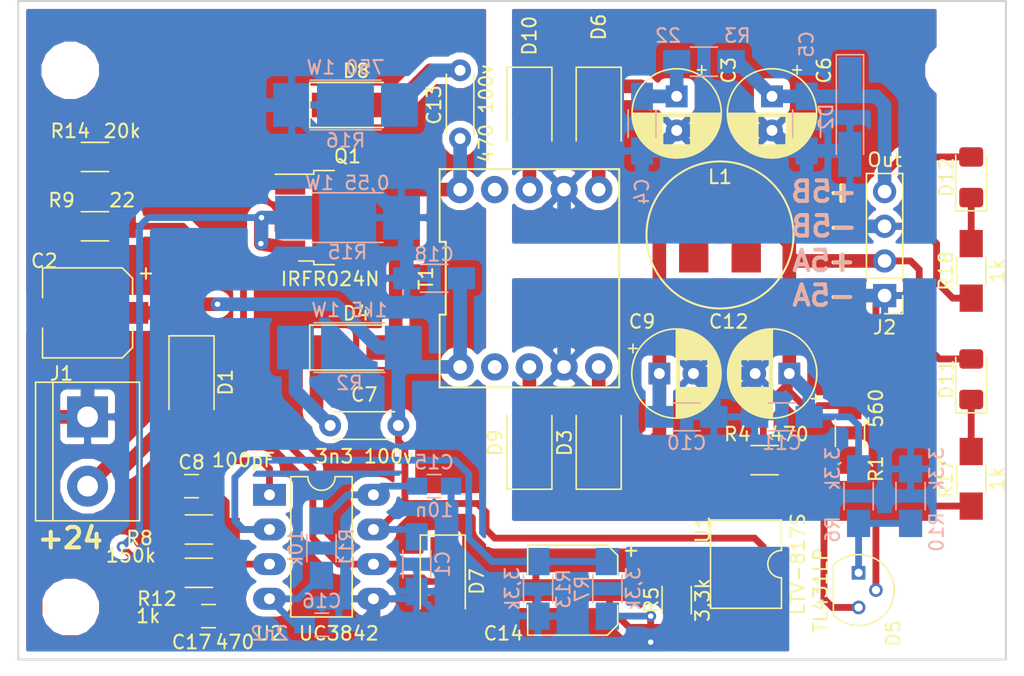
<source format=kicad_pcb>
(kicad_pcb (version 20171130) (host pcbnew "(5.0.0)")
  (layers (0 F.Cu signal) (31 B.Cu signal) (34 B.Paste user) (35 F.Paste user) (36 B.SilkS user) (37 F.SilkS user) (38 B.Mask user) (39 F.Mask user) (44 Edge.Cuts user))
  (net 0 "")
  (net 1 "Net-(C13-Pad2)")
  (net 2 "Net-(Q1-Pad3)")
  (net 3 "Net-(Q1-Pad1)")
  (net 4 "Net-(C13-Pad1)")
  (net 5 GND)
  (net 6 "Net-(D7-Pad1)")
  (net 7 "Net-(D5-Pad3)")
  (net 8 /+5A)
  (net 9 "Net-(C7-Pad1)")
  (net 10 /+5B)
  (net 11 "Net-(C3-Pad1)")
  (net 12 "Net-(R4-Pad2)")
  (net 13 "Net-(C14-Pad1)")
  (net 14 "Net-(R5-Pad2)")
  (net 15 "Net-(D5-Pad1)")
  (net 16 "Net-(C8-Pad2)")
  (net 17 "Net-(C8-Pad1)")
  (net 18 /-5A)
  (net 19 "Net-(C15-Pad2)")
  (net 20 "Net-(C16-Pad2)")
  (net 21 "Net-(C17-Pad2)")
  (net 22 "Net-(C10-Pad1)")
  (net 23 "Net-(D6-Pad2)")
  (net 24 "Net-(D10-Pad2)")
  (net 25 "Net-(D3-Pad2)")
  (net 26 "Net-(D1-Pad2)")
  (net 27 "Net-(D9-Pad2)")
  (net 28 /-5B)
  (net 29 "Net-(T1-Pad9)")
  (net 30 "Net-(T1-Pad2)")
  (net 31 /+24)
  (net 32 "Net-(D11-Pad1)")
  (net 33 "Net-(D12-Pad1)")
  (module LED_SMD:LED_1206_3216Metric_Pad1.42x1.75mm_HandSolder (layer F.Cu) (at 146.05 106.8975 90)
    (fp_text reference D12 (at 0 -1.82 90) (layer F.SilkS))
    (fp_text value LED)
    (pad 2 smd roundrect (at 1.4875 0 90) (size 1.425 1.75) (layers F.Cu F.Paste F.Mask) (roundrect_rratio 0.175439) (net 10 /+5B))
    (pad 1 smd roundrect (at -1.4875 0 90) (size 1.425 1.75) (layers F.Cu F.Paste F.Mask) (roundrect_rratio 0.175439) (net 33 "Net-(D12-Pad1)"))
  )
  (module LED_SMD:LED_1206_3216Metric_Pad1.42x1.75mm_HandSolder (layer F.Cu) (at 146.05 121.7025 90)
    (fp_text reference D11 (at 0 -1.82 90) (layer F.SilkS))
    (fp_text value LED)
    (pad 1 smd roundrect (at -1.4875 0 90) (size 1.425 1.75) (layers F.Cu F.Paste F.Mask) (roundrect_rratio 0.175439) (net 32 "Net-(D11-Pad1)"))
    (pad 2 smd roundrect (at 1.4875 0 90) (size 1.425 1.75) (layers F.Cu F.Paste F.Mask) (roundrect_rratio 0.175439) (net 8 /+5A))
  )
  (module Resistors_SMD:R_1206_HandSoldering (layer F.Cu) (at 146.05 113.76 90)
    (fp_text reference R18 (at 0 -1.85 90) (layer F.SilkS))
    (fp_text value 1k (at 0 1.9 90) (layer F.SilkS))
    (pad 2 smd rect (at 2 0 90) (size 2 1.7) (layers F.Cu F.Paste F.Mask) (net 33 "Net-(D12-Pad1)"))
    (pad 1 smd rect (at -2 0 90) (size 2 1.7) (layers F.Cu F.Paste F.Mask) (net 28 /-5B))
  )
  (module Resistors_SMD:R_1206_HandSoldering (layer F.Cu) (at 146.05 129 90)
    (fp_text reference R17 (at 0 -1.85 90) (layer F.SilkS))
    (fp_text value 1k (at 0 1.9 90) (layer F.SilkS))
    (pad 1 smd rect (at -2 0 90) (size 2 1.7) (layers F.Cu F.Paste F.Mask) (net 18 /-5A))
    (pad 2 smd rect (at 2 0 90) (size 2 1.7) (layers F.Cu F.Paste F.Mask) (net 32 "Net-(D11-Pad1)"))
  )
  (module Diodes_SMD:D_MiniMELF_Handsoldering (layer B.Cu) (at 137.16 102.465 270)
    (fp_text reference D2 (at 0 1.75 270) (layer B.SilkS) (effects (justify mirror)))
    (fp_text value 5v6)
    (pad 1 smd rect (at -2.75 0 270) (size 3.3 1.7) (layers B.Cu B.Paste B.Mask) (net 10 /+5B))
    (pad 2 smd rect (at 2.75 0 270) (size 3.3 1.7) (layers B.Cu B.Paste B.Mask) (net 28 /-5B))
  )
  (module Capacitor_THT:CP_Radial_D6.3mm_P2.50mm (layer F.Cu) (at 124.46 100.965 270)
    (fp_text reference C3 (at -1.905 -3.81 270) (layer F.SilkS))
    (fp_text value 470uF)
    (pad 2 thru_hole circle (at 2.5 0 270) (size 1.6 1.6) (drill 0.8) (layers *.Cu *.Mask) (net 28 /-5B))
    (pad 1 thru_hole rect (at 0 0 270) (size 1.6 1.6) (drill 0.8) (layers *.Cu *.Mask) (net 11 "Net-(C3-Pad1)"))
  )
  (module Capacitor_THT:CP_Radial_D6.3mm_P2.50mm (layer F.Cu) (at 131.445 100.965 270)
    (fp_text reference C6 (at -1.905 -3.81 270) (layer F.SilkS))
    (fp_text value 470uF)
    (pad 1 thru_hole rect (at 0 0 270) (size 1.6 1.6) (drill 0.8) (layers *.Cu *.Mask) (net 10 /+5B))
    (pad 2 thru_hole circle (at 2.5 0 270) (size 1.6 1.6) (drill 0.8) (layers *.Cu *.Mask) (net 28 /-5B))
  )
  (module Capacitor_THT:CP_Radial_D6.3mm_P2.50mm (layer F.Cu) (at 132.715 121.285 180)
    (fp_text reference C12 (at 4.445 3.81 180) (layer F.SilkS))
    (fp_text value 470uF)
    (pad 2 thru_hole circle (at 2.5 0 180) (size 1.6 1.6) (drill 0.8) (layers *.Cu *.Mask) (net 18 /-5A))
    (pad 1 thru_hole rect (at 0 0 180) (size 1.6 1.6) (drill 0.8) (layers *.Cu *.Mask) (net 8 /+5A))
  )
  (module Capacitor_THT:CP_Radial_D6.3mm_P2.50mm (layer F.Cu) (at 123.19 121.285)
    (fp_text reference C9 (at -1.27 -3.81) (layer F.SilkS))
    (fp_text value 470uF)
    (pad 1 thru_hole rect (at 0 0) (size 1.6 1.6) (drill 0.8) (layers *.Cu *.Mask) (net 22 "Net-(C10-Pad1)"))
    (pad 2 thru_hole circle (at 2.5 0) (size 1.6 1.6) (drill 0.8) (layers *.Cu *.Mask) (net 18 /-5A))
  )
  (module Diodes_SMD:D_SMA (layer F.Cu) (at 88.9 121.92 270)
    (fp_text reference D1 (at 0 -2.5 270) (layer F.SilkS))
    (fp_text value 1N5822)
    (pad 2 smd rect (at 2 0 270) (size 2.5 1.8) (layers F.Cu F.Paste F.Mask) (net 26 "Net-(D1-Pad2)"))
    (pad 1 smd rect (at -2 0 270) (size 2.5 1.8) (layers F.Cu F.Paste F.Mask) (net 31 /+24))
  )
  (module Diodes_SMD:D_SMA (layer F.Cu) (at 118.745 126.365 90)
    (fp_text reference D3 (at 0 -2.5 90) (layer F.SilkS))
    (fp_text value 1N5822)
    (pad 1 smd rect (at -2 0 90) (size 2.5 1.8) (layers F.Cu F.Paste F.Mask) (net 22 "Net-(C10-Pad1)"))
    (pad 2 smd rect (at 2 0 90) (size 2.5 1.8) (layers F.Cu F.Paste F.Mask) (net 25 "Net-(D3-Pad2)"))
  )
  (module Diodes_SMD:D_SMA (layer F.Cu) (at 100.965 119.38)
    (fp_text reference D4 (at 0 -2.5) (layer F.SilkS))
    (fp_text value 1N5822)
    (pad 2 smd rect (at 2 0) (size 2.5 1.8) (layers F.Cu F.Paste F.Mask) (net 1 "Net-(C13-Pad2)"))
    (pad 1 smd rect (at -2 0) (size 2.5 1.8) (layers F.Cu F.Paste F.Mask) (net 9 "Net-(C7-Pad1)"))
  )
  (module Diodes_SMD:D_SMA (layer F.Cu) (at 113.665 126.365 90)
    (fp_text reference D9 (at 0 -2.5 90) (layer F.SilkS))
    (fp_text value 1N5822)
    (pad 1 smd rect (at -2 0 90) (size 2.5 1.8) (layers F.Cu F.Paste F.Mask) (net 22 "Net-(C10-Pad1)"))
    (pad 2 smd rect (at 2 0 90) (size 2.5 1.8) (layers F.Cu F.Paste F.Mask) (net 27 "Net-(D9-Pad2)"))
  )
  (module Diodes_SMD:D_SMA (layer F.Cu) (at 118.745 102.235 270)
    (fp_text reference D6 (at -6.35 0 270) (layer F.SilkS))
    (fp_text value 1N5822)
    (pad 2 smd rect (at 2 0 270) (size 2.5 1.8) (layers F.Cu F.Paste F.Mask) (net 23 "Net-(D6-Pad2)"))
    (pad 1 smd rect (at -2 0 270) (size 2.5 1.8) (layers F.Cu F.Paste F.Mask) (net 11 "Net-(C3-Pad1)"))
  )
  (module Diodes_SMD:D_SMA (layer F.Cu) (at 113.665 102.235 270)
    (fp_text reference D10 (at -5.715 0 270) (layer F.SilkS))
    (fp_text value 1N5822)
    (pad 1 smd rect (at -2 0 270) (size 2.5 1.8) (layers F.Cu F.Paste F.Mask) (net 11 "Net-(C3-Pad1)"))
    (pad 2 smd rect (at 2 0 270) (size 2.5 1.8) (layers F.Cu F.Paste F.Mask) (net 24 "Net-(D10-Pad2)"))
  )
  (module Diodes_SMD:D_SMA (layer F.Cu) (at 107.315 136.525 270)
    (fp_text reference D7 (at 0 -2.5 270) (layer F.SilkS))
    (fp_text value 1N5822)
    (pad 2 smd rect (at 2 0 270) (size 2.5 1.8) (layers F.Cu F.Paste F.Mask) (net 5 GND))
    (pad 1 smd rect (at -2 0 270) (size 2.5 1.8) (layers F.Cu F.Paste F.Mask) (net 6 "Net-(D7-Pad1)"))
  )
  (module Diodes_SMD:D_SMA (layer F.Cu) (at 100.965 101.6)
    (fp_text reference D8 (at 0 -2.5) (layer F.SilkS))
    (fp_text value 1N5822)
    (pad 1 smd rect (at -2 0) (size 2.5 1.8) (layers F.Cu F.Paste F.Mask) (net 5 GND))
    (pad 2 smd rect (at 2 0) (size 2.5 1.8) (layers F.Cu F.Paste F.Mask) (net 4 "Net-(C13-Pad1)"))
  )
  (module MountingHole:MountingHole_3.2mm_M3 (layer F.Cu) (at 144.145 138.43)
    (fp_text reference MH3 hide)
    (fp_text value MountingHole)
    (pad 1 np_thru_hole circle (at 0 0) (size 3.2 3.2) (drill 3.2) (layers *.Cu *.Mask))
  )
  (module MountingHole:MountingHole_3.2mm_M3 (layer F.Cu) (at 80.01 99.06)
    (fp_text reference MH2 hide)
    (fp_text value MountingHole)
    (pad 1 np_thru_hole circle (at 0 0) (size 3.2 3.2) (drill 3.2) (layers *.Cu *.Mask))
  )
  (module MountingHole:MountingHole_3.2mm_M3 (layer F.Cu) (at 80.01 138.43)
    (fp_text reference MH4 hide)
    (fp_text value MountingHole)
    (pad 1 np_thru_hole circle (at 0 0) (size 3.2 3.2) (drill 3.2) (layers *.Cu *.Mask))
  )
  (module MountingHole:MountingHole_3.2mm_M3 (layer F.Cu) (at 144.78 99.06)
    (fp_text reference MH1 hide)
    (fp_text value MountingHole)
    (pad 1 np_thru_hole circle (at 0 0) (size 3.2 3.2) (drill 3.2) (layers *.Cu *.Mask))
  )
  (module dz_lib:cd54 (layer F.Cu) (at 127.635 111.125 180)
    (fp_text reference L1 (at 0 4.25 180) (layer F.SilkS))
    (fp_text value 100uH)
    (pad 1 smd rect (at -1.925 0 180) (size 2.15 5.5) (layers F.Cu F.Paste F.Mask) (net 8 /+5A))
    (pad 2 smd rect (at 1.925 0 180) (size 2.15 5.5) (layers F.Cu F.Paste F.Mask) (net 22 "Net-(C10-Pad1)"))
  )
  (module Capacitors_SMD:C_1206_HandSoldering (layer B.Cu) (at 106.68 114.3 180)
    (fp_text reference C18 (at 0 1.75 180) (layer B.SilkS) (effects (justify mirror)))
    (fp_text value 0,1)
    (pad 1 smd rect (at -2 0 180) (size 2 1.6) (layers B.Cu B.Paste B.Mask) (net 31 /+24))
    (pad 2 smd rect (at 2 0 180) (size 2 1.6) (layers B.Cu B.Paste B.Mask) (net 5 GND))
  )
  (module Pin_Headers:Pin_Header_Straight_1x04_Pitch2.54mm (layer F.Cu) (at 139.7 115.57 180)
    (fp_text reference J2 (at 0 -2.33 180) (layer F.SilkS))
    (fp_text value Out (at 0 9.95 180) (layer F.SilkS))
    (pad 4 thru_hole oval (at 0 7.62 180) (size 1.7 1.7) (drill 1) (layers *.Cu *.Mask) (net 10 /+5B))
    (pad 3 thru_hole oval (at 0 5.08 180) (size 1.7 1.7) (drill 1) (layers *.Cu *.Mask) (net 28 /-5B))
    (pad 2 thru_hole oval (at 0 2.54 180) (size 1.7 1.7) (drill 1) (layers *.Cu *.Mask) (net 8 /+5A))
    (pad 1 thru_hole rect (at 0 0 180) (size 1.7 1.7) (drill 1) (layers *.Cu *.Mask) (net 18 /-5A))
  )
  (module Resistors_SMD:R_2512_HandSoldering (layer B.Cu) (at 100.47 119.38)
    (fp_text reference R2 (at 0 2.6) (layer B.SilkS) (effects (justify mirror)))
    (fp_text value "1k5 1W" (at 0 -2.75) (layer B.SilkS) (effects (justify mirror)))
    (pad 2 smd rect (at 3.95 0) (size 2.7 3.2) (layers B.Cu B.Paste B.Mask) (net 31 /+24))
    (pad 1 smd rect (at -3.95 0) (size 2.7 3.2) (layers B.Cu B.Paste B.Mask) (net 9 "Net-(C7-Pad1)"))
  )
  (module Capacitors_THT:C_Disc_D4.3mm_W1.9mm_P5.00mm (layer F.Cu) (at 99.06 125.095)
    (fp_text reference C7 (at 2.5 -2.26) (layer F.SilkS))
    (fp_text value "3n3 100v" (at 2.5 2.26) (layer F.SilkS))
    (pad 2 thru_hole circle (at 5 0) (size 1.6 1.6) (drill 0.8) (layers *.Cu *.Mask) (net 31 /+24))
    (pad 1 thru_hole circle (at 0 0) (size 1.6 1.6) (drill 0.8) (layers *.Cu *.Mask) (net 9 "Net-(C7-Pad1)"))
  )
  (module Housings_DIP:DIP-8_W7.62mm_LongPads (layer F.Cu) (at 94.615 130.175)
    (fp_text reference U2 (at 0 10.16) (layer F.SilkS))
    (fp_text value UC3842 (at 5.08 10.16) (layer F.SilkS))
    (pad 8 thru_hole oval (at 7.62 0) (size 2.4 1.6) (drill 0.8) (layers *.Cu *.Mask) (net 19 "Net-(C15-Pad2)"))
    (pad 4 thru_hole oval (at 0 7.62) (size 2.4 1.6) (drill 0.8) (layers *.Cu *.Mask) (net 20 "Net-(C16-Pad2)"))
    (pad 7 thru_hole oval (at 7.62 2.54) (size 2.4 1.6) (drill 0.8) (layers *.Cu *.Mask) (net 31 /+24))
    (pad 3 thru_hole oval (at 0 5.08) (size 2.4 1.6) (drill 0.8) (layers *.Cu *.Mask) (net 21 "Net-(C17-Pad2)"))
    (pad 6 thru_hole oval (at 7.62 5.08) (size 2.4 1.6) (drill 0.8) (layers *.Cu *.Mask) (net 6 "Net-(D7-Pad1)"))
    (pad 2 thru_hole oval (at 0 2.54) (size 2.4 1.6) (drill 0.8) (layers *.Cu *.Mask) (net 16 "Net-(C8-Pad2)"))
    (pad 5 thru_hole oval (at 7.62 7.62) (size 2.4 1.6) (drill 0.8) (layers *.Cu *.Mask) (net 5 GND))
    (pad 1 thru_hole rect (at 0 0) (size 2.4 1.6) (drill 0.8) (layers *.Cu *.Mask) (net 17 "Net-(C8-Pad1)"))
  )
  (module Housings_DIP:SMDIP-4_W9.53mm (layer F.Cu) (at 129.54 135.255 270)
    (fp_text reference U1 (at -2.54 3.175 270) (layer F.SilkS))
    (fp_text value LTV-817S (at 0 -3.81 270) (layer F.SilkS))
    (pad 4 smd rect (at 4.765 -1.27 270) (size 2 1.78) (layers F.Cu F.Paste F.Mask) (net 31 /+24))
    (pad 2 smd rect (at -4.765 1.27 270) (size 2 1.78) (layers F.Cu F.Paste F.Mask) (net 12 "Net-(R4-Pad2)"))
    (pad 3 smd rect (at 4.765 1.27 270) (size 2 1.78) (layers F.Cu F.Paste F.Mask) (net 14 "Net-(R5-Pad2)"))
    (pad 1 smd rect (at -4.765 -1.27 270) (size 2 1.78) (layers F.Cu F.Paste F.Mask) (net 8 /+5A))
  )
  (module TO_SOT_Packages_THT:TO-92_Molded_Narrow (layer F.Cu) (at 137.795 135.89 270)
    (fp_text reference D5 (at 4.445 -2.54 270) (layer F.SilkS))
    (fp_text value TL431LP (at 1.27 2.79 270) (layer F.SilkS))
    (pad 1 thru_hole rect (at 0 0) (size 1 1) (drill 0.6) (layers *.Cu *.Mask) (net 15 "Net-(D5-Pad1)"))
    (pad 3 thru_hole circle (at 2.54 0) (size 1 1) (drill 0.6) (layers *.Cu *.Mask) (net 7 "Net-(D5-Pad3)"))
    (pad 2 thru_hole circle (at 1.27 -1.27) (size 1 1) (drill 0.6) (layers *.Cu *.Mask) (net 18 /-5A))
  )
  (module dz_lib:EE16_Transformer (layer F.Cu) (at 113.665 114.3)
    (fp_text reference T1 (at -7.58 0 90) (layer F.SilkS))
    (fp_text value EE16_24_05_Transformer)
    (pad 10 thru_hole circle (at -5.08 -6.5) (size 2 2) (drill 1) (layers *.Cu *.Mask) (net 1 "Net-(C13-Pad2)"))
    (pad 1 thru_hole circle (at -5.08 6.5) (size 2 2) (drill 1) (layers *.Cu *.Mask) (net 31 /+24))
    (pad 9 thru_hole circle (at -2.54 -6.5) (size 2 2) (drill 1) (layers *.Cu *.Mask) (net 29 "Net-(T1-Pad9)"))
    (pad 2 thru_hole circle (at -2.54 6.5) (size 2 2) (drill 1) (layers *.Cu *.Mask) (net 30 "Net-(T1-Pad2)"))
    (pad 8 thru_hole circle (at 0 -6.5) (size 2 2) (drill 1) (layers *.Cu *.Mask) (net 24 "Net-(D10-Pad2)"))
    (pad 3 thru_hole circle (at 0 6.5) (size 2 2) (drill 1) (layers *.Cu *.Mask) (net 27 "Net-(D9-Pad2)"))
    (pad 7 thru_hole circle (at 2.54 -6.5) (size 2 2) (drill 1) (layers *.Cu *.Mask) (net 28 /-5B))
    (pad 4 thru_hole circle (at 2.54 6.5) (size 2 2) (drill 1) (layers *.Cu *.Mask) (net 18 /-5A))
    (pad 6 thru_hole circle (at 5.08 -6.5) (size 2 2) (drill 1) (layers *.Cu *.Mask) (net 23 "Net-(D6-Pad2)"))
    (pad 5 thru_hole circle (at 5.08 6.5) (size 2 2) (drill 1) (layers *.Cu *.Mask) (net 25 "Net-(D3-Pad2)"))
  )
  (module Capacitors_SMD:CP_Elec_6.3x4.5 (layer F.Cu) (at 81.28 116.84 180)
    (fp_text reference C2 (at 3.175 3.81 180) (layer F.SilkS))
    (fp_text value 22uF)
    (fp_text user + (at -4.28 2.96 180) (layer F.SilkS))
    (pad 1 smd rect (at -2.7 0) (size 3.5 1.6) (layers F.Cu F.Paste F.Mask) (net 31 /+24))
    (pad 2 smd rect (at 2.7 0) (size 3.5 1.6) (layers F.Cu F.Paste F.Mask) (net 5 GND))
  )
  (module Capacitors_SMD:CP_Elec_6.3x4.5 (layer F.Cu) (at 116.84 137.16 180)
    (fp_text reference C14 (at 5.08 -3.175 180) (layer F.SilkS))
    (fp_text value 22uF)
    (fp_text user + (at -4.28 2.96 180) (layer F.SilkS))
    (pad 2 smd rect (at 2.7 0) (size 3.5 1.6) (layers F.Cu F.Paste F.Mask) (net 5 GND))
    (pad 1 smd rect (at -2.7 0) (size 3.5 1.6) (layers F.Cu F.Paste F.Mask) (net 13 "Net-(C14-Pad1)"))
  )
  (module Capacitors_SMD:C_0805_HandSoldering (layer F.Cu) (at 90.15 139.065)
    (fp_text reference C17 (at -1.25 1.905) (layer F.SilkS))
    (fp_text value 470 (at 1.925 1.905) (layer F.SilkS))
    (pad 2 smd rect (at 1.25 0) (size 1.5 1.25) (layers F.Cu F.Paste F.Mask) (net 21 "Net-(C17-Pad2)"))
    (pad 1 smd rect (at -1.25 0) (size 1.5 1.25) (layers F.Cu F.Paste F.Mask) (net 5 GND))
  )
  (module Capacitors_SMD:C_0805_HandSoldering (layer B.Cu) (at 106.68 129.54 180)
    (fp_text reference C15 (at 0 1.75 180) (layer B.SilkS) (effects (justify mirror)))
    (fp_text value 10n (at 0 -1.75 180) (layer B.SilkS) (effects (justify mirror)))
    (pad 1 smd rect (at -1.25 0 180) (size 1.5 1.25) (layers B.Cu B.Paste B.Mask) (net 5 GND))
    (pad 2 smd rect (at 1.25 0 180) (size 1.5 1.25) (layers B.Cu B.Paste B.Mask) (net 19 "Net-(C15-Pad2)"))
  )
  (module Capacitors_SMD:C_0805_HandSoldering (layer F.Cu) (at 88.9 129.54)
    (fp_text reference C8 (at 0 -1.75) (layer F.SilkS))
    (fp_text value 100pF (at 3.81 -1.905) (layer F.SilkS))
    (pad 2 smd rect (at 1.25 0) (size 1.5 1.25) (layers F.Cu F.Paste F.Mask) (net 16 "Net-(C8-Pad2)"))
    (pad 1 smd rect (at -1.25 0) (size 1.5 1.25) (layers F.Cu F.Paste F.Mask) (net 17 "Net-(C8-Pad1)"))
  )
  (module Capacitors_SMD:C_0805_HandSoldering (layer B.Cu) (at 98.445 139.7 180)
    (fp_text reference C16 (at 0 1.75 180) (layer B.SilkS) (effects (justify mirror)))
    (fp_text value 2n2 (at 3.83 -0.635 180) (layer B.SilkS) (effects (justify mirror)))
    (pad 2 smd rect (at 1.25 0 180) (size 1.5 1.25) (layers B.Cu B.Paste B.Mask) (net 20 "Net-(C16-Pad2)"))
    (pad 1 smd rect (at -1.25 0 180) (size 1.5 1.25) (layers B.Cu B.Paste B.Mask) (net 5 GND))
  )
  (module Capacitors_SMD:C_1206_HandSoldering (layer B.Cu) (at 133.985 102.965 270)
    (fp_text reference C5 (at -5.81 0 270) (layer B.SilkS) (effects (justify mirror)))
    (fp_text value 0,1)
    (pad 2 smd rect (at 2 0 270) (size 2 1.6) (layers B.Cu B.Paste B.Mask) (net 28 /-5B))
    (pad 1 smd rect (at -2 0 270) (size 2 1.6) (layers B.Cu B.Paste B.Mask) (net 10 /+5B))
  )
  (module Capacitors_SMD:C_1206_HandSoldering (layer B.Cu) (at 132.175 124.46 180)
    (fp_text reference C11 (at 0 -1.905 180) (layer B.SilkS) (effects (justify mirror)))
    (fp_text value 0,1)
    (pad 1 smd rect (at -2 0 180) (size 2 1.6) (layers B.Cu B.Paste B.Mask) (net 8 /+5A))
    (pad 2 smd rect (at 2 0 180) (size 2 1.6) (layers B.Cu B.Paste B.Mask) (net 18 /-5A))
  )
  (module Capacitors_SMD:C_1206_HandSoldering (layer B.Cu) (at 105.41 135.255 270)
    (fp_text reference C1 (at 0 -1.905 270) (layer B.SilkS) (effects (justify mirror)))
    (fp_text value 0,1)
    (pad 2 smd rect (at 2 0 270) (size 2 1.6) (layers B.Cu B.Paste B.Mask) (net 5 GND))
    (pad 1 smd rect (at -2 0 270) (size 2 1.6) (layers B.Cu B.Paste B.Mask) (net 31 /+24))
  )
  (module Capacitors_SMD:C_1206_HandSoldering (layer B.Cu) (at 121.92 102.965 270)
    (fp_text reference C4 (at 4.985 0 270) (layer B.SilkS) (effects (justify mirror)))
    (fp_text value 0,1)
    (pad 1 smd rect (at -2 0 270) (size 2 1.6) (layers B.Cu B.Paste B.Mask) (net 11 "Net-(C3-Pad1)"))
    (pad 2 smd rect (at 2 0 270) (size 2 1.6) (layers B.Cu B.Paste B.Mask) (net 28 /-5B))
  )
  (module Capacitors_SMD:C_1206_HandSoldering (layer B.Cu) (at 125.19 124.46)
    (fp_text reference C10 (at 0 1.905) (layer B.SilkS) (effects (justify mirror)))
    (fp_text value 0,1)
    (pad 2 smd rect (at 2 0) (size 2 1.6) (layers B.Cu B.Paste B.Mask) (net 18 /-5A))
    (pad 1 smd rect (at -2 0) (size 2 1.6) (layers B.Cu B.Paste B.Mask) (net 22 "Net-(C10-Pad1)"))
  )
  (module Capacitors_THT:C_Disc_D4.3mm_W1.9mm_P5.00mm (layer F.Cu) (at 108.585 99.06 270)
    (fp_text reference C13 (at 2.54 1.905 270) (layer F.SilkS))
    (fp_text value "470 100v" (at 3.175 -1.905 270) (layer F.SilkS))
    (pad 2 thru_hole circle (at 5 0 270) (size 1.6 1.6) (drill 0.8) (layers *.Cu *.Mask) (net 1 "Net-(C13-Pad2)"))
    (pad 1 thru_hole circle (at 0 0 270) (size 1.6 1.6) (drill 0.8) (layers *.Cu *.Mask) (net 4 "Net-(C13-Pad1)"))
  )
  (module Connectors_Terminal_Blocks:TerminalBlock_bornier-2_P5.08mm (layer F.Cu) (at 81.28 124.46 270)
    (fp_text reference J1 (at -3.175 1.905) (layer F.SilkS))
    (fp_text value +24)
    (pad 2 thru_hole circle (at 5.08 0 270) (size 3 3) (drill 1.52) (layers *.Cu *.Mask) (net 26 "Net-(D1-Pad2)"))
    (pad 1 thru_hole rect (at 0 0 270) (size 3 3) (drill 1.52) (layers *.Cu *.Mask) (net 5 GND))
  )
  (module Resistors_SMD:R_1206_HandSoldering (layer F.Cu) (at 81.82 105.41 180)
    (fp_text reference R14 (at 1.81 1.905 180) (layer F.SilkS))
    (fp_text value 20k (at -2 1.9 180) (layer F.SilkS))
    (pad 1 smd rect (at -2 0 180) (size 2 1.7) (layers F.Cu F.Paste F.Mask) (net 5 GND))
    (pad 2 smd rect (at 2 0 180) (size 2 1.7) (layers F.Cu F.Paste F.Mask) (net 3 "Net-(Q1-Pad1)"))
  )
  (module Resistors_SMD:R_1206_HandSoldering (layer B.Cu) (at 114.3 137.065 90)
    (fp_text reference R13 (at 0 1.85 90) (layer B.SilkS) (effects (justify mirror)))
    (fp_text value 3,3k (at 0 -1.9 90) (layer B.SilkS) (effects (justify mirror)))
    (pad 2 smd rect (at 2 0 90) (size 2 1.7) (layers B.Cu B.Paste B.Mask) (net 16 "Net-(C8-Pad2)"))
    (pad 1 smd rect (at -2 0 90) (size 2 1.7) (layers B.Cu B.Paste B.Mask) (net 5 GND))
  )
  (module Resistors_SMD:R_1206_HandSoldering (layer F.Cu) (at 89.44 135.89)
    (fp_text reference R12 (at -3.08 1.905) (layer F.SilkS))
    (fp_text value 1k (at -3.715 3.175) (layer F.SilkS))
    (pad 1 smd rect (at -2 0) (size 2 1.7) (layers F.Cu F.Paste F.Mask) (net 2 "Net-(Q1-Pad3)"))
    (pad 2 smd rect (at 2 0) (size 2 1.7) (layers F.Cu F.Paste F.Mask) (net 21 "Net-(C17-Pad2)"))
  )
  (module Resistors_SMD:R_1206_HandSoldering (layer B.Cu) (at 98.425 134.08 90)
    (fp_text reference R11 (at 0 1.85 90) (layer B.SilkS) (effects (justify mirror)))
    (fp_text value 10k (at 0 -1.9 90) (layer B.SilkS) (effects (justify mirror)))
    (pad 2 smd rect (at 2 0 90) (size 2 1.7) (layers B.Cu B.Paste B.Mask) (net 19 "Net-(C15-Pad2)"))
    (pad 1 smd rect (at -2 0 90) (size 2 1.7) (layers B.Cu B.Paste B.Mask) (net 20 "Net-(C16-Pad2)"))
  )
  (module Resistors_SMD:R_1206_HandSoldering (layer B.Cu) (at 141.605 130.27 270)
    (fp_text reference R10 (at 2.635 -1.905 270) (layer B.SilkS) (effects (justify mirror)))
    (fp_text value 3,3k (at -2 -1.905 270) (layer B.SilkS) (effects (justify mirror)))
    (pad 1 smd rect (at -2 0 270) (size 2 1.7) (layers B.Cu B.Paste B.Mask) (net 18 /-5A))
    (pad 2 smd rect (at 2 0 270) (size 2 1.7) (layers B.Cu B.Paste B.Mask) (net 15 "Net-(D5-Pad1)"))
  )
  (module Resistors_SMD:R_1206_HandSoldering (layer F.Cu) (at 89.44 132.715)
    (fp_text reference R8 (at -4.35 0.635) (layer F.SilkS))
    (fp_text value 150k (at -4.985 1.905) (layer F.SilkS))
    (pad 2 smd rect (at 2 0) (size 2 1.7) (layers F.Cu F.Paste F.Mask) (net 16 "Net-(C8-Pad2)"))
    (pad 1 smd rect (at -2 0) (size 2 1.7) (layers F.Cu F.Paste F.Mask) (net 17 "Net-(C8-Pad1)"))
  )
  (module Resistors_SMD:R_1206_HandSoldering (layer B.Cu) (at 119.38 137.065 270)
    (fp_text reference R7 (at 0 1.85 270) (layer B.SilkS) (effects (justify mirror)))
    (fp_text value 3,3k (at 0 -1.9 270) (layer B.SilkS) (effects (justify mirror)))
    (pad 1 smd rect (at -2 0 270) (size 2 1.7) (layers B.Cu B.Paste B.Mask) (net 16 "Net-(C8-Pad2)"))
    (pad 2 smd rect (at 2 0 270) (size 2 1.7) (layers B.Cu B.Paste B.Mask) (net 13 "Net-(C14-Pad1)"))
  )
  (module Resistors_SMD:R_1206_HandSoldering (layer B.Cu) (at 137.795 130.27 90)
    (fp_text reference R6 (at -2.445 -1.905 90) (layer B.SilkS) (effects (justify mirror)))
    (fp_text value 3,3k (at 2 -1.905 90) (layer B.SilkS) (effects (justify mirror)))
    (pad 2 smd rect (at 2 0 90) (size 2 1.7) (layers B.Cu B.Paste B.Mask) (net 8 /+5A))
    (pad 1 smd rect (at -2 0 90) (size 2 1.7) (layers B.Cu B.Paste B.Mask) (net 15 "Net-(D5-Pad1)"))
  )
  (module Resistors_SMD:R_1206_HandSoldering (layer F.Cu) (at 124.46 137.89 90)
    (fp_text reference R5 (at 0 -1.85 90) (layer F.SilkS))
    (fp_text value 3,3k (at 0 1.9 90) (layer F.SilkS))
    (pad 1 smd rect (at -2 0 90) (size 2 1.7) (layers F.Cu F.Paste F.Mask) (net 13 "Net-(C14-Pad1)"))
    (pad 2 smd rect (at 2 0 90) (size 2 1.7) (layers F.Cu F.Paste F.Mask) (net 14 "Net-(R5-Pad2)"))
  )
  (module Resistors_SMD:R_1206_HandSoldering (layer F.Cu) (at 130.905 127.635 180)
    (fp_text reference R4 (at 2 1.905 180) (layer F.SilkS))
    (fp_text value 470 (at -1.81 1.905 180) (layer F.SilkS))
    (pad 2 smd rect (at 2 0 180) (size 2 1.7) (layers F.Cu F.Paste F.Mask) (net 12 "Net-(R4-Pad2)"))
    (pad 1 smd rect (at -2 0 180) (size 2 1.7) (layers F.Cu F.Paste F.Mask) (net 7 "Net-(D5-Pad3)"))
  )
  (module Resistors_SMD:R_1206_HandSoldering (layer B.Cu) (at 126.46 98.425 180)
    (fp_text reference R3 (at -2.445 1.905 180) (layer B.SilkS) (effects (justify mirror)))
    (fp_text value 22 (at 2.635 1.905 180) (layer B.SilkS) (effects (justify mirror)))
    (pad 1 smd rect (at -2 0 180) (size 2 1.7) (layers B.Cu B.Paste B.Mask) (net 10 /+5B))
    (pad 2 smd rect (at 2 0 180) (size 2 1.7) (layers B.Cu B.Paste B.Mask) (net 11 "Net-(C3-Pad1)"))
  )
  (module Resistors_SMD:R_1206_HandSoldering (layer F.Cu) (at 137.16 125.635 90)
    (fp_text reference R1 (at -2.635 1.905 90) (layer F.SilkS))
    (fp_text value 560 (at 1.81 1.905 90) (layer F.SilkS))
    (pad 1 smd rect (at -2 0 90) (size 2 1.7) (layers F.Cu F.Paste F.Mask) (net 7 "Net-(D5-Pad3)"))
    (pad 2 smd rect (at 2 0 90) (size 2 1.7) (layers F.Cu F.Paste F.Mask) (net 8 /+5A))
  )
  (module Resistors_SMD:R_1206_HandSoldering (layer F.Cu) (at 81.82 110.49)
    (fp_text reference R9 (at -2.445 -1.905) (layer F.SilkS))
    (fp_text value 22 (at 2 -1.905) (layer F.SilkS))
    (pad 2 smd rect (at 2 0) (size 2 1.7) (layers F.Cu F.Paste F.Mask) (net 6 "Net-(D7-Pad1)"))
    (pad 1 smd rect (at -2 0) (size 2 1.7) (layers F.Cu F.Paste F.Mask) (net 3 "Net-(Q1-Pad1)"))
  )
  (module Resistors_SMD:R_2512_HandSoldering (layer B.Cu) (at 100.33 109.855 180)
    (fp_text reference R15 (at 0 -2.54 180) (layer B.SilkS) (effects (justify mirror)))
    (fp_text value "0,55 1W" (at 0 2.54 180) (layer B.SilkS) (effects (justify mirror)))
    (pad 1 smd rect (at -3.95 0 180) (size 2.7 3.2) (layers B.Cu B.Paste B.Mask) (net 5 GND))
    (pad 2 smd rect (at 3.95 0 180) (size 2.7 3.2) (layers B.Cu B.Paste B.Mask) (net 2 "Net-(Q1-Pad3)"))
  )
  (module Resistors_SMD:R_2512_HandSoldering (layer B.Cu) (at 100.19 101.6)
    (fp_text reference R16 (at 0 2.6) (layer B.SilkS) (effects (justify mirror)))
    (fp_text value "750 1W" (at 0 -2.75) (layer B.SilkS) (effects (justify mirror)))
    (pad 2 smd rect (at 3.95 0) (size 2.7 3.2) (layers B.Cu B.Paste B.Mask) (net 4 "Net-(C13-Pad1)"))
    (pad 1 smd rect (at -3.95 0) (size 2.7 3.2) (layers B.Cu B.Paste B.Mask) (net 5 GND))
  )
  (module TO_SOT_Packages_SMD:TO-252-2 (layer F.Cu) (at 100.33 109.855)
    (fp_text reference Q1 (at 0 -4.5) (layer F.SilkS))
    (fp_text value IRFR024N (at -1.27 4.5) (layer F.SilkS))
    (pad 2 smd rect (at 0.425 1.525) (size 3.05 2.75) (layers F.Cu F.Paste) (net 1 "Net-(C13-Pad2)"))
    (pad 2 smd rect (at 3.775 -1.525) (size 3.05 2.75) (layers F.Cu F.Paste) (net 1 "Net-(C13-Pad2)"))
    (pad 2 smd rect (at 0.425 -1.525) (size 3.05 2.75) (layers F.Cu F.Paste) (net 1 "Net-(C13-Pad2)"))
    (pad 2 smd rect (at 3.775 1.525) (size 3.05 2.75) (layers F.Cu F.Paste) (net 1 "Net-(C13-Pad2)"))
    (pad 2 smd rect (at 2.1 0) (size 6.4 5.8) (layers F.Cu F.Mask) (net 1 "Net-(C13-Pad2)"))
    (pad 3 smd rect (at -4.2 2.28) (size 2.2 1.2) (layers F.Cu F.Paste F.Mask) (net 2 "Net-(Q1-Pad3)"))
    (pad 1 smd rect (at -4.2 -2.28) (size 2.2 1.2) (layers F.Cu F.Paste F.Mask) (net 3 "Net-(Q1-Pad1)"))
  )
  (gr_text - (at 136.525 115.57) (layer F.SilkS) (effects (font (size 1.5 1.5) (thickness 0.3))))
  (gr_text - (at 136.525 110.49) (layer F.SilkS) (effects (font (size 1.5 1.5) (thickness 0.3))))
  (gr_text + (at 136.525 113.03) (layer F.SilkS) (effects (font (size 1.5 1.5) (thickness 0.3))))
  (gr_text + (at 136.525 107.95) (layer F.SilkS) (effects (font (size 1.5 1.5) (thickness 0.3))))
  (gr_text +24 (at 80.01 133.35) (layer F.SilkS) (effects (font (size 1.5 1.5) (thickness 0.3))))
  (gr_text -5A (at 135.255 115.57) (layer B.SilkS) (effects (font (size 1.5 1.5) (thickness 0.3)) (justify mirror)))
  (gr_text +5A (at 135.255 113.03) (layer B.SilkS) (effects (font (size 1.5 1.5) (thickness 0.3)) (justify mirror)))
  (gr_text -5B (at 135.255 110.49) (layer B.SilkS) (effects (font (size 1.5 1.5) (thickness 0.3)) (justify mirror)))
  (gr_text +5B (at 135.255 107.95) (layer B.SilkS) (effects (font (size 1.5 1.5) (thickness 0.3)) (justify mirror)))
  (gr_line (start 76.2 142.24) (end 76.2 93.98) (layer Edge.Cuts) (width 0.15))
  (gr_line (start 148.59 142.24) (end 76.2 142.24) (layer Edge.Cuts) (width 0.15))
  (gr_line (start 148.59 93.98) (end 148.59 142.24) (layer Edge.Cuts) (width 0.15))
  (gr_line (start 76.2 93.98) (end 148.59 93.98) (layer Edge.Cuts) (width 0.15))
  (segment (start 104.485 107.8) (end 102.43 109.855) (width 1) (layer F.Cu) (net 1))
  (segment (start 108.585 107.8) (end 104.485 107.8) (width 1) (layer F.Cu) (net 1))
  (segment (start 103.865 111.29) (end 102.43 109.855) (width 1) (layer F.Cu) (net 1))
  (segment (start 103.865 119.38) (end 103.865 111.29) (width 1) (layer F.Cu) (net 1))
  (segment (start 108.585 107.8) (end 108.585 104.06) (width 1) (layer B.Cu) (net 1))
  (segment (start 96.13 112.135) (end 93.98 111.76) (width 1) (layer F.Cu) (net 2))
  (segment (start 94.03 109.855) (end 94.03 109.855) (width 1) (layer B.Cu) (net 2))
  (segment (start 94.03 109.855) (end 96.38 109.855) (width 1) (layer B.Cu) (net 2))
  (via (at 94.03 109.855) (size 0.8) (drill 0.4) (layers F.Cu B.Cu) (net 2))
  (via (at 83.82 133.985) (size 0.8) (drill 0.4) (layers F.Cu B.Cu) (net 2))
  (segment (start 87.44 135.89) (end 85.725 135.89) (width 0.5) (layer F.Cu) (net 2))
  (segment (start 85.725 135.89) (end 83.82 133.985) (width 0.5) (layer F.Cu) (net 2))
  (segment (start 83.82 133.985) (end 85.09 132.715) (width 0.5) (layer B.Cu) (net 2))
  (segment (start 85.09 132.715) (end 85.09 110.49) (width 0.5) (layer B.Cu) (net 2))
  (segment (start 85.725 109.855) (end 94.03 109.855) (width 0.5) (layer B.Cu) (net 2))
  (segment (start 85.09 110.49) (end 85.725 109.855) (width 0.5) (layer B.Cu) (net 2))
  (segment (start 93.98 109.905) (end 94.03 109.855) (width 1) (layer F.Cu) (net 2))
  (segment (start 93.98 111.76) (end 93.98 109.905) (width 1) (layer F.Cu) (net 2))
  (segment (start 94.03 109.855) (end 94.03 111.71) (width 1) (layer B.Cu) (net 2))
  (segment (start 93.98 111.76) (end 93.98 111.76) (width 1) (layer F.Cu) (net 2))
  (via (at 93.98 111.76) (size 0.8) (drill 0.4) (layers F.Cu B.Cu) (net 2))
  (segment (start 80.195 107.575) (end 79.82 107.95) (width 0.5) (layer F.Cu) (net 3))
  (segment (start 96.13 107.575) (end 80.195 107.575) (width 0.5) (layer F.Cu) (net 3))
  (segment (start 79.82 110.49) (end 79.82 107.95) (width 0.5) (layer F.Cu) (net 3))
  (segment (start 79.82 107.95) (end 79.82 105.41) (width 0.5) (layer F.Cu) (net 3))
  (segment (start 106.68 99.06) (end 104.14 101.6) (width 1) (layer B.Cu) (net 4))
  (segment (start 108.585 99.06) (end 106.68 99.06) (width 1) (layer B.Cu) (net 4))
  (segment (start 106.405 99.06) (end 103.865 101.6) (width 1) (layer F.Cu) (net 4))
  (segment (start 108.585 99.06) (end 106.405 99.06) (width 1) (layer F.Cu) (net 4))
  (segment (start 78.58 115.54) (end 77.47 114.43) (width 0.5) (layer F.Cu) (net 5))
  (segment (start 78.58 116.84) (end 78.58 115.54) (width 0.5) (layer F.Cu) (net 5))
  (segment (start 77.47 114.43) (end 77.47 103.505) (width 0.5) (layer F.Cu) (net 5))
  (segment (start 77.47 103.505) (end 83.82 103.505) (width 0.5) (layer F.Cu) (net 5))
  (segment (start 83.82 103.505) (end 83.82 105.41) (width 0.5) (layer F.Cu) (net 5))
  (segment (start 89.815 103.505) (end 90.17 103.86) (width 0.5) (layer F.Cu) (net 5))
  (segment (start 83.82 103.505) (end 89.815 103.505) (width 0.5) (layer F.Cu) (net 5))
  (segment (start 90.17 102.01) (end 90.17 103.86) (width 0.5) (layer F.Cu) (net 5))
  (segment (start 90.58 101.6) (end 90.17 102.01) (width 0.5) (layer F.Cu) (net 5))
  (segment (start 81.28 124.46) (end 81.28 120.65) (width 1) (layer F.Cu) (net 5))
  (segment (start 78.58 118.64) (end 78.58 116.84) (width 1) (layer F.Cu) (net 5))
  (segment (start 80.59 120.65) (end 78.58 118.64) (width 1) (layer F.Cu) (net 5))
  (segment (start 81.28 120.65) (end 80.59 120.65) (width 1) (layer F.Cu) (net 5))
  (segment (start 102.235 139.595) (end 100.86 140.97) (width 1) (layer F.Cu) (net 5))
  (segment (start 102.235 137.795) (end 102.235 139.595) (width 1) (layer F.Cu) (net 5))
  (segment (start 78.105 140.97) (end 77.47 140.335) (width 1) (layer F.Cu) (net 5))
  (segment (start 78.78 124.46) (end 81.28 124.46) (width 1) (layer F.Cu) (net 5))
  (segment (start 77.47 125.77) (end 78.78 124.46) (width 1) (layer F.Cu) (net 5))
  (segment (start 77.47 140.335) (end 77.47 125.77) (width 1) (layer F.Cu) (net 5))
  (segment (start 104.87 137.795) (end 105.41 137.255) (width 0.5) (layer B.Cu) (net 5))
  (segment (start 102.235 137.795) (end 104.87 137.795) (width 0.5) (layer B.Cu) (net 5))
  (segment (start 107.93 129.54) (end 107.93 136.545) (width 0.5) (layer B.Cu) (net 5))
  (segment (start 107.22 137.255) (end 105.41 137.255) (width 0.5) (layer B.Cu) (net 5))
  (segment (start 107.93 136.545) (end 107.22 137.255) (width 0.5) (layer B.Cu) (net 5))
  (segment (start 104.68 110.255) (end 104.28 109.855) (width 1) (layer B.Cu) (net 5))
  (segment (start 104.68 114.3) (end 104.68 110.255) (width 1) (layer B.Cu) (net 5))
  (segment (start 104.245 109.855) (end 104.28 109.855) (width 1) (layer B.Cu) (net 5))
  (segment (start 96.24 101.85) (end 104.245 109.855) (width 1) (layer B.Cu) (net 5))
  (segment (start 96.24 101.6) (end 96.24 101.85) (width 1) (layer B.Cu) (net 5))
  (segment (start 83.185 101.6) (end 96.24 101.6) (width 1) (layer B.Cu) (net 5))
  (segment (start 81.28 124.46) (end 81.28 103.505) (width 1) (layer B.Cu) (net 5))
  (segment (start 81.28 103.505) (end 83.185 101.6) (width 1) (layer B.Cu) (net 5))
  (segment (start 101.445 139.7) (end 102.235 138.91) (width 1) (layer B.Cu) (net 5))
  (segment (start 99.695 139.7) (end 101.445 139.7) (width 1) (layer B.Cu) (net 5))
  (segment (start 102.235 138.91) (end 102.235 137.795) (width 1) (layer B.Cu) (net 5))
  (segment (start 88.9 139.065) (end 88.9 140.97) (width 1) (layer F.Cu) (net 5))
  (segment (start 100.86 140.97) (end 88.9 140.97) (width 1) (layer F.Cu) (net 5))
  (segment (start 88.9 140.97) (end 78.105 140.97) (width 1) (layer F.Cu) (net 5))
  (segment (start 105.505 137.16) (end 105.41 137.255) (width 0.5) (layer B.Cu) (net 5))
  (segment (start 105.41 137.455) (end 105.41 137.255) (width 0.5) (layer B.Cu) (net 5))
  (segment (start 107.02 139.065) (end 105.41 137.455) (width 0.5) (layer B.Cu) (net 5))
  (segment (start 114.3 139.065) (end 107.02 139.065) (width 0.5) (layer B.Cu) (net 5))
  (via (at 122.555 140.97) (size 0.8) (drill 0.4) (layers F.Cu B.Cu) (net 5))
  (segment (start 106.585 137.795) (end 107.315 138.525) (width 0.5) (layer F.Cu) (net 5))
  (segment (start 102.235 137.795) (end 106.585 137.795) (width 0.5) (layer F.Cu) (net 5))
  (segment (start 108.68 137.16) (end 107.315 138.525) (width 0.5) (layer F.Cu) (net 5))
  (segment (start 114.14 137.16) (end 108.68 137.16) (width 0.5) (layer F.Cu) (net 5))
  (segment (start 98.965 101.6) (end 97.79 101.6) (width 0.5) (layer F.Cu) (net 5))
  (segment (start 98.065 101.6) (end 97.79 101.6) (width 0.5) (layer F.Cu) (net 5))
  (segment (start 97.79 101.6) (end 90.58 101.6) (width 0.5) (layer F.Cu) (net 5))
  (segment (start 88.265 110.49) (end 83.82 110.49) (width 0.5) (layer F.Cu) (net 6))
  (segment (start 99.695 135.255) (end 97.79 133.35) (width 0.5) (layer F.Cu) (net 6))
  (segment (start 102.235 135.255) (end 99.695 135.255) (width 0.5) (layer F.Cu) (net 6))
  (segment (start 97.79 133.35) (end 97.79 128.27) (width 0.5) (layer F.Cu) (net 6))
  (segment (start 97.79 128.27) (end 92.71 123.19) (width 0.5) (layer F.Cu) (net 6))
  (segment (start 92.71 123.19) (end 92.71 114.935) (width 0.5) (layer F.Cu) (net 6))
  (segment (start 92.71 114.935) (end 88.265 110.49) (width 0.5) (layer F.Cu) (net 6))
  (segment (start 106.585 135.255) (end 107.315 134.525) (width 0.5) (layer F.Cu) (net 6))
  (segment (start 102.235 135.255) (end 106.585 135.255) (width 0.5) (layer F.Cu) (net 6))
  (segment (start 132.905 128.985) (end 135.255 131.335) (width 0.5) (layer F.Cu) (net 7))
  (segment (start 132.905 127.635) (end 132.905 128.985) (width 0.5) (layer F.Cu) (net 7))
  (segment (start 135.255 131.335) (end 135.255 137.795) (width 0.5) (layer F.Cu) (net 7))
  (segment (start 135.89 138.43) (end 137.795 138.43) (width 0.5) (layer F.Cu) (net 7))
  (segment (start 135.255 137.795) (end 135.89 138.43) (width 0.5) (layer F.Cu) (net 7))
  (segment (start 137.16 127.635) (end 132.905 127.635) (width 0.5) (layer F.Cu) (net 7))
  (segment (start 132.715 111.76) (end 132.08 111.125) (width 1) (layer F.Cu) (net 8))
  (segment (start 132.08 111.125) (end 129.56 111.125) (width 1) (layer F.Cu) (net 8))
  (segment (start 134.175 122.745) (end 132.715 121.285) (width 1) (layer B.Cu) (net 8))
  (segment (start 134.175 124.46) (end 134.175 122.745) (width 1) (layer B.Cu) (net 8))
  (segment (start 137.16 124.46) (end 134.175 124.46) (width 0.5) (layer B.Cu) (net 8))
  (segment (start 137.795 128.27) (end 137.795 125.095) (width 0.5) (layer B.Cu) (net 8))
  (segment (start 137.795 125.095) (end 137.16 124.46) (width 0.5) (layer B.Cu) (net 8))
  (segment (start 139.7 113.03) (end 135.89 113.03) (width 1) (layer F.Cu) (net 8))
  (segment (start 135.89 113.03) (end 132.715 113.03) (width 1) (layer F.Cu) (net 8))
  (segment (start 132.715 121.285) (end 132.715 113.03) (width 1) (layer F.Cu) (net 8))
  (segment (start 132.715 113.03) (end 132.715 111.76) (width 1) (layer F.Cu) (net 8))
  (segment (start 132.715 121.92) (end 132.715 121.285) (width 0.5) (layer F.Cu) (net 8))
  (segment (start 130.81 130.49) (end 130.81 123.825) (width 0.5) (layer F.Cu) (net 8))
  (segment (start 130.81 123.825) (end 132.715 121.92) (width 0.5) (layer F.Cu) (net 8))
  (segment (start 132.715 122.585) (end 132.715 121.285) (width 0.5) (layer F.Cu) (net 8))
  (segment (start 133.765 123.635) (end 132.715 122.585) (width 0.5) (layer F.Cu) (net 8))
  (segment (start 137.16 123.635) (end 133.765 123.635) (width 0.5) (layer F.Cu) (net 8))
  (segment (start 139.7 113.03) (end 141.605 113.03) (width 0.5) (layer F.Cu) (net 8))
  (segment (start 141.605 113.03) (end 142.24 113.665) (width 0.5) (layer F.Cu) (net 8))
  (segment (start 142.24 113.665) (end 142.24 118.745) (width 0.5) (layer F.Cu) (net 8))
  (segment (start 145.075 120.215) (end 146.05 120.215) (width 0.5) (layer F.Cu) (net 8))
  (segment (start 143.71 120.215) (end 145.075 120.215) (width 0.5) (layer F.Cu) (net 8))
  (segment (start 142.24 118.745) (end 143.71 120.215) (width 0.5) (layer F.Cu) (net 8))
  (segment (start 102.635 132.715) (end 102.235 132.715) (width 0.5) (layer F.Cu) (net 31))
  (segment (start 104.54 130.81) (end 102.635 132.715) (width 0.5) (layer F.Cu) (net 31))
  (segment (start 104.06 119.74) (end 104.42 119.38) (width 1) (layer B.Cu) (net 31))
  (segment (start 104.545 120.8) (end 104.06 121.285) (width 1) (layer B.Cu) (net 31))
  (segment (start 108.585 120.8) (end 104.545 120.8) (width 1) (layer B.Cu) (net 31))
  (segment (start 104.06 125.095) (end 104.06 121.285) (width 1) (layer B.Cu) (net 31))
  (segment (start 104.06 121.285) (end 104.06 119.74) (width 1) (layer B.Cu) (net 31))
  (segment (start 86.72 116.84) (end 88.9 119.02) (width 1) (layer F.Cu) (net 31))
  (segment (start 83.98 116.84) (end 86.72 116.84) (width 1) (layer F.Cu) (net 31))
  (segment (start 104.87 132.715) (end 105.41 133.255) (width 0.5) (layer B.Cu) (net 31))
  (segment (start 102.235 132.715) (end 104.87 132.715) (width 0.5) (layer B.Cu) (net 31))
  (segment (start 104.54 126.70637) (end 104.54 130.81) (width 0.5) (layer F.Cu) (net 31))
  (segment (start 104.06 126.22637) (end 104.54 126.70637) (width 0.5) (layer F.Cu) (net 31))
  (segment (start 104.06 125.095) (end 104.06 126.22637) (width 0.5) (layer F.Cu) (net 31))
  (segment (start 108.585 114.395) (end 108.68 114.3) (width 1) (layer B.Cu) (net 31))
  (segment (start 108.585 120.8) (end 108.585 114.395) (width 1) (layer B.Cu) (net 31))
  (via (at 90.805 116.205) (size 0.8) (drill 0.4) (layers F.Cu B.Cu) (net 31))
  (segment (start 99.395 116.205) (end 90.805 116.205) (width 1) (layer B.Cu) (net 31))
  (segment (start 104.42 119.38) (end 102.57 119.38) (width 1) (layer B.Cu) (net 31))
  (segment (start 102.57 119.38) (end 99.395 116.205) (width 1) (layer B.Cu) (net 31))
  (segment (start 90.805 116.205) (end 89.535 116.205) (width 1) (layer F.Cu) (net 31))
  (segment (start 88.9 116.84) (end 88.9 119.02) (width 1) (layer F.Cu) (net 31))
  (segment (start 89.535 116.205) (end 88.9 116.84) (width 1) (layer F.Cu) (net 31))
  (segment (start 98.065 124.1) (end 99.06 125.095) (width 1) (layer F.Cu) (net 9))
  (segment (start 98.065 119.38) (end 98.065 124.1) (width 1) (layer F.Cu) (net 9))
  (segment (start 96.52 122.555) (end 99.06 125.095) (width 1) (layer B.Cu) (net 9))
  (segment (start 96.52 119.38) (end 96.52 122.555) (width 1) (layer B.Cu) (net 9))
  (segment (start 131.445 100.965) (end 133.985 100.965) (width 1) (layer B.Cu) (net 10))
  (segment (start 133.985 100.965) (end 137.16 100.965) (width 1) (layer B.Cu) (net 10))
  (segment (start 139.065 100.965) (end 137.16 100.965) (width 1) (layer B.Cu) (net 10))
  (segment (start 139.7 107.95) (end 139.7 101.6) (width 1) (layer B.Cu) (net 10))
  (segment (start 139.7 101.6) (end 139.065 100.965) (width 1) (layer B.Cu) (net 10))
  (segment (start 128.905 98.425) (end 131.445 100.965) (width 1) (layer B.Cu) (net 10))
  (segment (start 128.46 98.425) (end 128.905 98.425) (width 1) (layer B.Cu) (net 10))
  (segment (start 137.16 99.715) (end 137.16 100.965) (width 1) (layer B.Cu) (net 10))
  (segment (start 139.7 107.95) (end 139.7 106.68) (width 0.5) (layer F.Cu) (net 10))
  (segment (start 139.7 106.68) (end 140.97 105.41) (width 0.5) (layer F.Cu) (net 10))
  (segment (start 140.97 105.41) (end 146.05 105.41) (width 0.5) (layer F.Cu) (net 10))
  (segment (start 124.46 100.965) (end 121.92 100.965) (width 1) (layer B.Cu) (net 11))
  (segment (start 113.665 100.235) (end 118.745 100.235) (width 1) (layer F.Cu) (net 11))
  (segment (start 118.745 100.235) (end 121.825 100.235) (width 1) (layer F.Cu) (net 11))
  (segment (start 122.555 100.965) (end 124.46 100.965) (width 1) (layer F.Cu) (net 11))
  (segment (start 121.825 100.235) (end 122.555 100.965) (width 1) (layer F.Cu) (net 11))
  (segment (start 124.46 100.965) (end 124.46 98.425) (width 1) (layer B.Cu) (net 11))
  (segment (start 128.27 128.27) (end 128.905 127.635) (width 0.5) (layer F.Cu) (net 12))
  (segment (start 128.27 130.49) (end 128.27 128.27) (width 0.5) (layer F.Cu) (net 12))
  (segment (start 119.54 138.46) (end 119.54 137.16) (width 0.5) (layer F.Cu) (net 13))
  (segment (start 120.97 139.89) (end 119.54 138.46) (width 0.5) (layer F.Cu) (net 13))
  (via (at 122.555 139.065) (size 0.8) (drill 0.4) (layers F.Cu B.Cu) (net 13))
  (segment (start 119.38 139.065) (end 122.555 139.065) (width 0.5) (layer B.Cu) (net 13))
  (segment (start 122.555 139.065) (end 122.555 139.89) (width 0.5) (layer F.Cu) (net 13))
  (segment (start 124.46 139.89) (end 122.555 139.89) (width 0.5) (layer F.Cu) (net 13))
  (segment (start 122.555 139.89) (end 120.97 139.89) (width 0.5) (layer F.Cu) (net 13))
  (segment (start 124.46 135.89) (end 127.635 135.89) (width 0.5) (layer F.Cu) (net 14))
  (segment (start 128.27 136.525) (end 128.27 140.02) (width 0.5) (layer F.Cu) (net 14))
  (segment (start 127.635 135.89) (end 128.27 136.525) (width 0.5) (layer F.Cu) (net 14))
  (segment (start 137.795 135.89) (end 137.795 132.27) (width 0.5) (layer B.Cu) (net 15))
  (segment (start 137.795 132.27) (end 141.605 132.27) (width 0.5) (layer B.Cu) (net 15))
  (segment (start 94.615 132.715) (end 91.44 132.715) (width 0.5) (layer F.Cu) (net 16))
  (segment (start 90.275 129.54) (end 91.44 130.705) (width 0.5) (layer F.Cu) (net 16))
  (segment (start 90.15 129.54) (end 90.275 129.54) (width 0.5) (layer F.Cu) (net 16))
  (segment (start 91.44 130.705) (end 91.44 132.715) (width 0.5) (layer F.Cu) (net 16))
  (segment (start 94.615 132.715) (end 92.71 132.715) (width 0.5) (layer B.Cu) (net 16))
  (segment (start 92.71 132.715) (end 92.075 132.08) (width 0.5) (layer B.Cu) (net 16))
  (segment (start 92.075 132.08) (end 92.075 128.905) (width 0.5) (layer B.Cu) (net 16))
  (segment (start 119.38 135.065) (end 114.3 135.065) (width 0.5) (layer B.Cu) (net 16))
  (segment (start 114.3 135.065) (end 110.935 135.065) (width 0.5) (layer B.Cu) (net 16))
  (segment (start 110.935 135.065) (end 109.22 133.35) (width 0.5) (layer B.Cu) (net 16))
  (segment (start 109.22 128.644998) (end 108.210002 127.635) (width 0.5) (layer B.Cu) (net 16))
  (segment (start 109.22 133.35) (end 109.22 128.644998) (width 0.5) (layer B.Cu) (net 16))
  (segment (start 93.345 127.635) (end 92.075 128.905) (width 0.5) (layer B.Cu) (net 16))
  (segment (start 108.210002 127.635) (end 93.345 127.635) (width 0.5) (layer B.Cu) (net 16))
  (segment (start 87.65 129.54) (end 87.65 128.29) (width 0.5) (layer F.Cu) (net 17))
  (segment (start 87.65 128.29) (end 88.265 127.675) (width 0.5) (layer F.Cu) (net 17))
  (segment (start 88.265 127.675) (end 94.02 127.675) (width 0.5) (layer F.Cu) (net 17))
  (segment (start 94.615 128.27) (end 94.615 130.175) (width 0.5) (layer F.Cu) (net 17))
  (segment (start 94.02 127.675) (end 94.615 128.27) (width 0.5) (layer F.Cu) (net 17))
  (segment (start 87.65 132.505) (end 87.44 132.715) (width 0.5) (layer F.Cu) (net 17))
  (segment (start 87.65 129.54) (end 87.65 132.505) (width 0.5) (layer F.Cu) (net 17))
  (segment (start 127.19 122.785) (end 125.69 121.285) (width 1) (layer B.Cu) (net 18))
  (segment (start 127.19 124.46) (end 127.19 122.785) (width 1) (layer B.Cu) (net 18))
  (segment (start 130.175 121.325) (end 130.215 121.285) (width 1) (layer B.Cu) (net 18))
  (segment (start 130.175 124.46) (end 130.175 121.325) (width 1) (layer B.Cu) (net 18))
  (segment (start 139.7 115.57) (end 130.81 115.57) (width 1) (layer B.Cu) (net 18))
  (segment (start 130.215 116.165) (end 130.215 121.285) (width 1) (layer B.Cu) (net 18))
  (segment (start 130.81 115.57) (end 130.215 116.165) (width 1) (layer B.Cu) (net 18))
  (segment (start 116.205 120.8) (end 116.205 118.745) (width 1) (layer B.Cu) (net 18))
  (segment (start 116.205 118.745) (end 125.095 118.745) (width 1) (layer B.Cu) (net 18))
  (segment (start 125.095 118.745) (end 125.73 119.38) (width 1) (layer B.Cu) (net 18))
  (segment (start 125.69 119.42) (end 125.69 121.285) (width 1) (layer B.Cu) (net 18))
  (segment (start 125.73 119.38) (end 125.69 119.42) (width 1) (layer B.Cu) (net 18))
  (segment (start 125.69 121.285) (end 130.215 121.285) (width 1) (layer B.Cu) (net 18))
  (segment (start 139.065 116.205) (end 139.7 115.57) (width 0.5) (layer F.Cu) (net 18))
  (segment (start 139.255 131) (end 139.065 130.81) (width 0.5) (layer F.Cu) (net 18))
  (segment (start 146.05 131) (end 139.255 131) (width 0.5) (layer F.Cu) (net 18))
  (segment (start 139.065 137.16) (end 139.065 130.81) (width 0.5) (layer F.Cu) (net 18))
  (segment (start 139.065 130.81) (end 139.065 116.205) (width 0.5) (layer F.Cu) (net 18))
  (segment (start 100.33 130.175) (end 98.425 132.08) (width 0.5) (layer B.Cu) (net 19))
  (segment (start 102.235 130.175) (end 100.33 130.175) (width 0.5) (layer B.Cu) (net 19))
  (segment (start 102.87 129.54) (end 102.235 130.175) (width 0.5) (layer B.Cu) (net 19))
  (segment (start 105.43 129.54) (end 102.87 129.54) (width 0.5) (layer B.Cu) (net 19))
  (segment (start 96.52 139.7) (end 94.615 137.795) (width 0.5) (layer B.Cu) (net 20))
  (segment (start 97.195 139.7) (end 96.52 139.7) (width 0.5) (layer B.Cu) (net 20))
  (segment (start 96.71 137.795) (end 98.425 136.08) (width 0.5) (layer B.Cu) (net 20))
  (segment (start 94.615 137.795) (end 96.71 137.795) (width 0.5) (layer B.Cu) (net 20))
  (segment (start 92.075 135.255) (end 91.44 135.89) (width 0.5) (layer F.Cu) (net 21))
  (segment (start 94.615 135.255) (end 92.075 135.255) (width 0.5) (layer F.Cu) (net 21))
  (segment (start 91.4 135.93) (end 91.44 135.89) (width 0.5) (layer F.Cu) (net 21))
  (segment (start 91.4 139.065) (end 91.4 135.93) (width 0.5) (layer F.Cu) (net 21))
  (segment (start 123.635 111.125) (end 125.71 111.125) (width 1) (layer F.Cu) (net 22))
  (segment (start 123.19 111.57) (end 123.635 111.125) (width 1) (layer F.Cu) (net 22))
  (segment (start 123.19 121.285) (end 123.19 111.57) (width 1) (layer F.Cu) (net 22))
  (segment (start 113.665 128.365) (end 118.745 128.365) (width 1) (layer F.Cu) (net 22))
  (segment (start 120.645 128.365) (end 118.745 128.365) (width 1) (layer F.Cu) (net 22))
  (segment (start 123.19 125.82) (end 120.645 128.365) (width 1) (layer F.Cu) (net 22))
  (segment (start 123.19 121.285) (end 123.19 125.82) (width 1) (layer F.Cu) (net 22))
  (segment (start 123.19 121.285) (end 123.19 124.46) (width 1) (layer B.Cu) (net 22))
  (segment (start 118.745 107.8) (end 118.745 104.235) (width 1) (layer F.Cu) (net 23))
  (segment (start 113.665 107.8) (end 113.665 104.235) (width 1) (layer F.Cu) (net 24))
  (segment (start 118.745 124.365) (end 118.745 120.8) (width 1) (layer F.Cu) (net 25))
  (segment (start 87.27 124.82) (end 88.9 124.82) (width 1) (layer F.Cu) (net 26))
  (segment (start 84.049999 128.040001) (end 87.27 124.82) (width 1) (layer F.Cu) (net 26))
  (segment (start 81.28 129.54) (end 82.779999 128.040001) (width 1) (layer F.Cu) (net 26))
  (segment (start 82.779999 128.040001) (end 84.049999 128.040001) (width 1) (layer F.Cu) (net 26))
  (segment (start 113.665 124.365) (end 113.665 120.8) (width 1) (layer F.Cu) (net 27))
  (segment (start 122.96 104.965) (end 124.46 103.465) (width 1) (layer B.Cu) (net 28))
  (segment (start 121.92 104.965) (end 122.96 104.965) (width 1) (layer B.Cu) (net 28))
  (segment (start 132.945 104.965) (end 131.445 103.465) (width 1) (layer B.Cu) (net 28))
  (segment (start 133.985 104.965) (end 132.945 104.965) (width 1) (layer B.Cu) (net 28))
  (segment (start 116.205 107.8) (end 116.205 109.855) (width 1) (layer B.Cu) (net 28))
  (segment (start 116.205 109.855) (end 116.84 110.49) (width 1) (layer B.Cu) (net 28))
  (segment (start 116.84 110.49) (end 121.285 110.49) (width 1) (layer B.Cu) (net 28))
  (segment (start 121.92 109.855) (end 121.92 104.965) (width 1) (layer B.Cu) (net 28))
  (segment (start 121.285 110.49) (end 121.92 109.855) (width 1) (layer B.Cu) (net 28))
  (segment (start 124.46 103.465) (end 131.445 103.465) (width 1) (layer B.Cu) (net 28))
  (segment (start 139.7 110.49) (end 135.255 110.49) (width 1) (layer B.Cu) (net 28))
  (segment (start 133.985 109.22) (end 133.985 104.965) (width 1) (layer B.Cu) (net 28))
  (segment (start 135.255 110.49) (end 133.985 109.22) (width 1) (layer B.Cu) (net 28))
  (segment (start 136.91 104.965) (end 137.16 105.215) (width 1) (layer B.Cu) (net 28))
  (segment (start 133.985 104.965) (end 136.91 104.965) (width 1) (layer B.Cu) (net 28))
  (segment (start 144.7 115.76) (end 146.05 115.76) (width 0.5) (layer F.Cu) (net 28))
  (segment (start 143.51 114.57) (end 144.7 115.76) (width 0.5) (layer F.Cu) (net 28))
  (segment (start 143.51 111.76) (end 143.51 114.57) (width 0.5) (layer F.Cu) (net 28))
  (segment (start 142.24 110.49) (end 143.51 111.76) (width 0.5) (layer F.Cu) (net 28))
  (segment (start 139.7 110.49) (end 142.24 110.49) (width 0.5) (layer F.Cu) (net 28))
  (segment (start 130.81 133.985) (end 130.81 140.02) (width 0.5) (layer F.Cu) (net 31))
  (segment (start 104.54 130.81) (end 109.855 130.81) (width 0.5) (layer F.Cu) (net 31))
  (segment (start 109.855 130.81) (end 110.49 131.445) (width 0.5) (layer F.Cu) (net 31))
  (segment (start 110.49 131.445) (end 110.49 132.715) (width 0.5) (layer F.Cu) (net 31))
  (segment (start 110.49 132.715) (end 111.125 133.35) (width 0.5) (layer F.Cu) (net 31))
  (segment (start 111.125 133.35) (end 130.175 133.35) (width 0.5) (layer F.Cu) (net 31))
  (segment (start 130.175 133.35) (end 130.81 133.985) (width 0.5) (layer F.Cu) (net 31))
  (segment (start 146.05 123.19) (end 146.05 127) (width 0.5) (layer F.Cu) (net 32))
  (segment (start 146.05 108.385) (end 146.05 111.76) (width 0.5) (layer F.Cu) (net 33))
  (zone (net 28) (net_name /-5B) (layer F.Cu) (connect_pads (clearance 0.508)) (min_thickness 0.254) (fill yes (arc_segments 16) (thermal_gap 0.508) (thermal_bridge_width 0.508))
    (polygon (pts (xy 143.51 93.98) (xy 112.395 93.98) (xy 112.395 111.76) (xy 143.51 111.76)))
  )
  (zone (net 5) (net_name GND) (layer F.Cu) (connect_pads (clearance 0.508)) (min_thickness 0.254) (fill yes (arc_segments 16) (thermal_gap 0.508) (thermal_bridge_width 0.508))
    (polygon (pts (xy 76.2 93.98) (xy 110.49 93.98) (xy 110.49 133.985) (xy 132.715 133.985) (xy 132.715 142.24) (xy 76.2 142.24)))
  )
  (zone (net 5) (net_name GND) (layer B.Cu) (connect_pads (clearance 0.508)) (min_thickness 0.254) (fill yes (arc_segments 16) (thermal_gap 0.508) (thermal_bridge_width 0.508))
    (polygon (pts (xy 132.715 133.985) (xy 110.49 133.985) (xy 110.49 93.98) (xy 76.2 93.98) (xy 76.2 142.24) (xy 132.715 142.24)))
  )
  (zone (net 18) (net_name /-5A) (layer B.Cu) (connect_pads (clearance 0.508)) (min_thickness 0.254) (fill yes (arc_segments 16) (thermal_gap 0.508) (thermal_bridge_width 0.508))
    (polygon (pts (xy 143.51 114.3) (xy 143.51 132.08) (xy 112.395 132.08) (xy 112.395 114.3)))
  )
  (zone (net 28) (net_name /-5B) (layer B.Cu) (connect_pads (clearance 0.508)) (min_thickness 0.254) (fill yes (arc_segments 16) (thermal_gap 0.508) (thermal_bridge_width 0.508))
    (polygon (pts (xy 143.51 111.76) (xy 112.395 111.76) (xy 112.395 93.98) (xy 143.51 93.98)))
  )
  (zone (net 18) (net_name /-5A) (layer F.Cu) (connect_pads (clearance 0.508)) (min_thickness 0.254) (fill yes (arc_segments 16) (thermal_gap 0.508) (thermal_bridge_width 0.508))
    (polygon (pts (xy 143.51 114.3) (xy 112.395 114.3) (xy 112.395 132.08) (xy 143.51 132.08)))
  )
)
</source>
